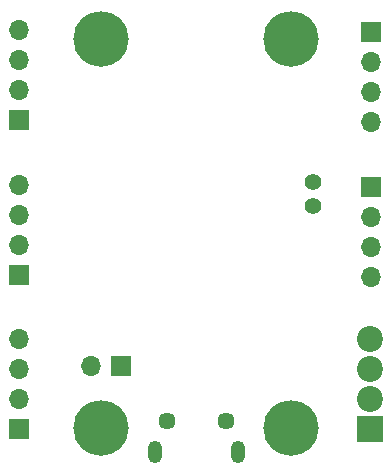
<source format=gbs>
G04 #@! TF.GenerationSoftware,KiCad,Pcbnew,(6.0.10)*
G04 #@! TF.CreationDate,2023-05-29T16:45:33+02:00*
G04 #@! TF.ProjectId,BlinkStickAdvanced,426c696e-6b53-4746-9963-6b416476616e,1.0*
G04 #@! TF.SameCoordinates,Original*
G04 #@! TF.FileFunction,Soldermask,Bot*
G04 #@! TF.FilePolarity,Negative*
%FSLAX46Y46*%
G04 Gerber Fmt 4.6, Leading zero omitted, Abs format (unit mm)*
G04 Created by KiCad (PCBNEW (6.0.10)) date 2023-05-29 16:45:33*
%MOMM*%
%LPD*%
G01*
G04 APERTURE LIST*
%ADD10R,1.700000X1.700000*%
%ADD11O,1.700000X1.700000*%
%ADD12R,2.200000X2.200000*%
%ADD13C,2.200000*%
%ADD14C,1.450000*%
%ADD15O,1.200000X1.900000*%
%ADD16C,4.700000*%
%ADD17C,1.400000*%
G04 APERTURE END LIST*
D10*
X42170000Y-76925000D03*
D11*
X42170000Y-74385000D03*
X42170000Y-71845000D03*
X42170000Y-69305000D03*
D12*
X71831200Y-90017600D03*
D13*
X71831200Y-87477600D03*
X71831200Y-84937600D03*
X71831200Y-82397600D03*
D14*
X59656000Y-89274300D03*
X54656000Y-89274300D03*
D15*
X60656000Y-91974300D03*
X53656000Y-91974300D03*
D10*
X71948000Y-69478500D03*
D11*
X71948000Y-72018500D03*
X71948000Y-74558500D03*
X71948000Y-77098500D03*
D10*
X42170000Y-63844000D03*
D11*
X42170000Y-61304000D03*
X42170000Y-58764000D03*
X42170000Y-56224000D03*
D16*
X65198000Y-89935000D03*
X49114000Y-89935000D03*
D10*
X71948000Y-56334000D03*
D11*
X71948000Y-58874000D03*
X71948000Y-61414000D03*
X71948000Y-63954000D03*
D10*
X50806000Y-84672000D03*
D11*
X48266000Y-84672000D03*
D16*
X49114000Y-56935100D03*
D10*
X42170000Y-90006000D03*
D11*
X42170000Y-87466000D03*
X42170000Y-84926000D03*
X42170000Y-82386000D03*
D16*
X65198000Y-56935100D03*
D17*
X67056000Y-69079000D03*
X67056000Y-71119000D03*
M02*

</source>
